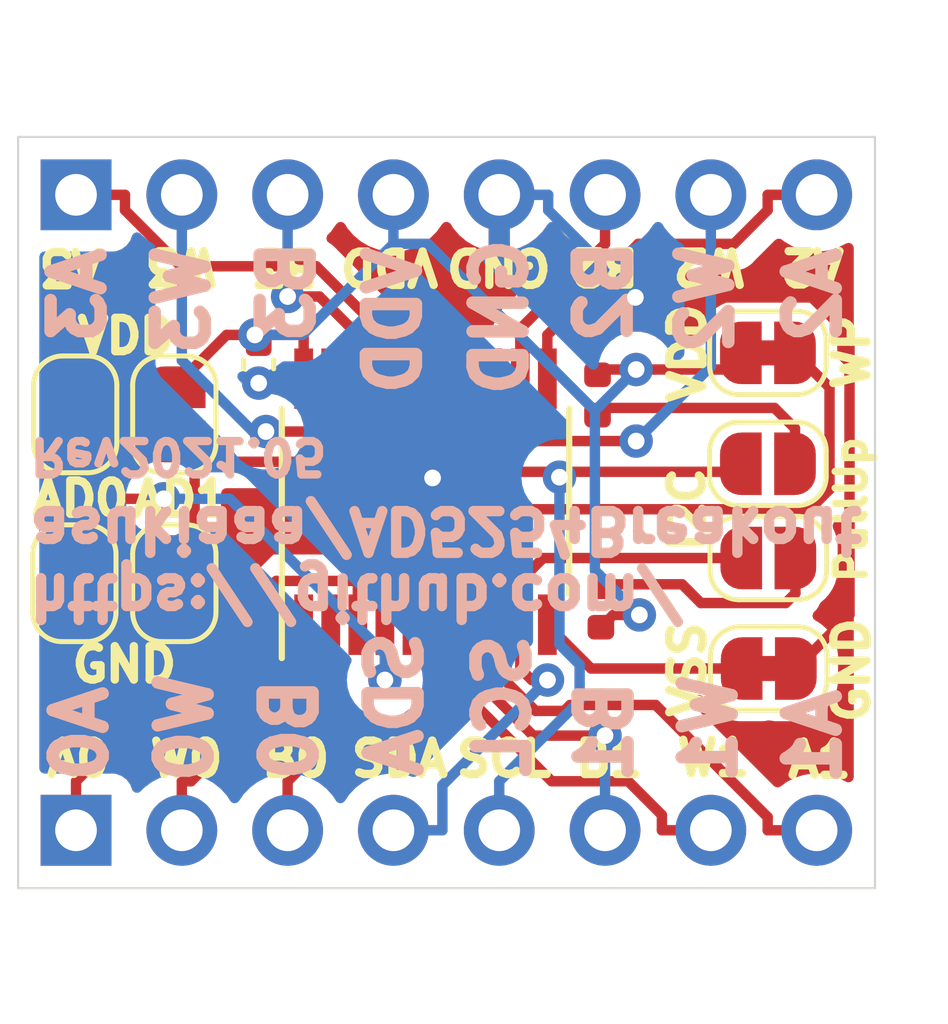
<source format=kicad_pcb>
(kicad_pcb (version 20221018) (generator pcbnew)
  (layers (0 "F.Cu" signal) (31 "B.Cu" signal) (34 "B.Paste" user) (35 "F.Paste" user) (36 "B.SilkS" user "B.Silkscreen") (37 "F.SilkS" user "F.Silkscreen") (38 "B.Mask" user) (39 "F.Mask" user) (44 "Edge.Cuts" user))
  (net 0 "")
  (net 1 "/A1")
  (net 2 "/W1")
  (net 3 "/B1")
  (net 4 "VDD")
  (net 5 "/SCL")
  (net 6 "/SDA")
  (net 7 "GND")
  (net 8 "/B0")
  (net 9 "/W0")
  (net 10 "/A0")
  (net 11 "/W2")
  (net 12 "/B2")
  (net 13 "/WP")
  (net 14 "/VSS")
  (net 15 "/B3")
  (net 16 "/W3")
  (net 17 "/A3")
  (net 18 "/AD0")
  (net 19 "/AD1")
  (net 20 "/A2")
  (net 21 "Net-(JP7-Pad1)")
  (net 22 "Net-(JP8-Pad1)")
  (footprint "footprints:PinHeader_1x08_P2.54mm_Vertical_without_lines" (layer "F.Cu") (at 151.49 82.65 90)
    (fp_text reference "J1" hide)
    (fp_text value "Conn_01x08")
    (pad "1" thru_hole rect (at 0 0 90) (size 1.7 1.7) (drill 1) (layers "*.Cu" "*.Mask") (net 10 "/A0"))
    (pad "2" thru_hole oval (at 0 2.54 90) (size 1.7 1.7) (drill 1) (layers "*.Cu" "*.Mask") (net 9 "/W0"))
    (pad "3" thru_hole oval (at 0 5.08 90) (size 1.7 1.7) (drill 1) (layers "*.Cu" "*.Mask") (net 8 "/B0"))
    (pad "4" thru_hole oval (at 0 7.62 90) (size 1.7 1.7) (drill 1) (layers "*.Cu" "*.Mask") (net 6 "/SDA"))
    (pad "5" thru_hole oval (at 0 10.16 90) (size 1.7 1.7) (drill 1) (layers "*.Cu" "*.Mask") (net 5 "/SCL"))
    (pad "6" thru_hole oval (at 0 12.7 90) (size 1.7 1.7) (drill 1) (layers "*.Cu" "*.Mask") (net 3 "/B1"))
    (pad "7" thru_hole oval (at 0 15.24 90) (size 1.7 1.7) (drill 1) (layers "*.Cu" "*.Mask") (net 2 "/W1"))
    (pad "8" thru_hole oval (at 0 17.78 90) (size 1.7 1.7) (drill 1) (layers "*.Cu" "*.Mask") (net 1 "/A1"))
  )
  (footprint "footprints:PinHeader_1x08_P2.54mm_Vertical_without_lines" (layer "F.Cu") (at 151.49 67.41 90)
    (fp_text reference "J2" hide)
    (fp_text value "Conn_01x08")
    (pad "1" thru_hole rect (at 0 0 90) (size 1.7 1.7) (drill 1) (layers "*.Cu" "*.Mask") (net 17 "/A3"))
    (pad "2" thru_hole oval (at 0 2.54 90) (size 1.7 1.7) (drill 1) (layers "*.Cu" "*.Mask") (net 16 "/W3"))
    (pad "3" thru_hole oval (at 0 5.08 90) (size 1.7 1.7) (drill 1) (layers "*.Cu" "*.Mask") (net 15 "/B3"))
    (pad "4" thru_hole oval (at 0 7.62 90) (size 1.7 1.7) (drill 1) (layers "*.Cu" "*.Mask") (net 4 "VDD"))
    (pad "5" thru_hole oval (at 0 10.16 90) (size 1.7 1.7) (drill 1) (layers "*.Cu" "*.Mask") (net 7 "GND"))
    (pad "6" thru_hole oval (at 0 12.7 90) (size 1.7 1.7) (drill 1) (layers "*.Cu" "*.Mask") (net 12 "/B2"))
    (pad "7" thru_hole oval (at 0 15.24 90) (size 1.7 1.7) (drill 1) (layers "*.Cu" "*.Mask") (net 11 "/W2"))
    (pad "8" thru_hole oval (at 0 17.78 90) (size 1.7 1.7) (drill 1) (layers "*.Cu" "*.Mask") (net 20 "/A2"))
  )
  (footprint "Jumper:SolderJumper-2_P1.3mm_Bridged_RoundedPad1.0x1.5mm" (layer "F.Cu") (at 151.47 72.675 90)
    (fp_text reference "JP1" hide)
    (fp_text value "Jumper_NC_Small" hide)
    (fp_line (start -1.4 0.3) (end -1.4 -0.3) (stroke (width 0.12)) (layer "F.SilkS"))
    (fp_line (start -0.7 -1) (end 0.7 -1) (stroke (width 0.12)) (layer "F.SilkS"))
    (fp_line (start 0.7 1) (end -0.7 1) (stroke (width 0.12)) (layer "F.SilkS"))
    (fp_line (start 1.4 -0.3) (end 1.4 0.3) (stroke (width 0.12)) (layer "F.SilkS"))
    (fp_arc (start -1.4 -0.3) (mid -1.194975 -0.794975) (end -0.7 -1) (stroke (width 0.12)) (layer "F.SilkS"))
    (fp_arc (start -0.7 1) (mid -1.194975 0.794975) (end -1.4 0.3) (stroke (width 0.12)) (layer "F.SilkS"))
    (fp_arc (start 0.7 -1) (mid 1.194975 -0.794975) (end 1.4 -0.3) (stroke (width 0.12)) (layer "F.SilkS"))
    (fp_arc (start 1.4 0.3) (mid 1.194975 0.794975) (end 0.7 1) (stroke (width 0.12)) (layer "F.SilkS"))
    (pad "1" smd custom (at -0.65 0 90) (size 1 0.5) (layers "F.Cu" "F.Mask") (net 18 "/AD0") (options (clearance outline) (anchor rect)) (primitives (gr_circle (center 0 0.25) (end 0.5 0.25) (width 0) (fill yes)) (gr_circle (center 0 -0.25) (end 0.5 -0.25) (width 0) (fill yes)) (gr_poly (pts (xy 0 -0.75) (xy 0.5 -0.75) (xy 0.5 0.75) (xy 0 0.75)) (width 0) (fill yes)) (gr_poly (pts (xy 0.9 -0.3) (xy 0.4 -0.3) (xy 0.4 0.3) (xy 0.9 0.3)) (width 0) (fill yes))))
    (pad "2" smd custom (at 0.65 0 90) (size 1 0.5) (layers "F.Cu" "F.Mask") (net 4 "VDD") (options (clearance outline) (anchor rect)) (primitives (gr_circle (center 0 0.25) (end 0.5 0.25) (width 0) (fill yes)) (gr_circle (center 0 -0.25) (end 0.5 -0.25) (width 0) (fill yes)) (gr_poly (pts (xy 0 -0.75) (xy -0.5 -0.75) (xy -0.5 0.75) (xy 0 0.75)) (width 0) (fill yes))))
  )
  (footprint "Jumper:SolderJumper-2_P1.3mm_Open_RoundedPad1.0x1.5mm" (layer "F.Cu") (at 151.45 76.725 -90)
    (fp_text reference "JP2" hide)
    (fp_text value "Jumper_NO_Small" hide)
    (fp_line (start -1.4 0.3) (end -1.4 -0.3) (stroke (width 0.12)) (layer "F.SilkS"))
    (fp_line (start -0.7 -1) (end 0.7 -1) (stroke (width 0.12)) (layer "F.SilkS"))
    (fp_line (start 0.7 1) (end -0.7 1) (stroke (width 0.12)) (layer "F.SilkS"))
    (fp_line (start 1.4 -0.3) (end 1.4 0.3) (stroke (width 0.12)) (layer "F.SilkS"))
    (fp_arc (start -1.4 -0.3) (mid -1.194975 -0.794975) (end -0.7 -1) (stroke (width 0.12)) (layer "F.SilkS"))
    (fp_arc (start -0.7 1) (mid -1.194975 0.794975) (end -1.4 0.3) (stroke (width 0.12)) (layer "F.SilkS"))
    (fp_arc (start 0.7 -1) (mid 1.194975 -0.794975) (end 1.4 -0.3) (stroke (width 0.12)) (layer "F.SilkS"))
    (fp_arc (start 1.4 0.3) (mid 1.194975 0.794975) (end 0.7 1) (stroke (width 0.12)) (layer "F.SilkS"))
    (pad "1" smd custom (at -0.65 0 270) (size 1 0.5) (layers "F.Cu" "F.Mask") (net 18 "/AD0") (options (clearance outline) (anchor rect)) (primitives (gr_circle (center 0 0.25) (end 0.5 0.25) (width 0) (fill yes)) (gr_circle (center 0 -0.25) (end 0.5 -0.25) (width 0) (fill yes)) (gr_poly (pts (xy 0 -0.75) (xy 0.5 -0.75) (xy 0.5 0.75) (xy 0 0.75)) (width 0) (fill yes))))
    (pad "2" smd custom (at 0.65 0 270) (size 1 0.5) (layers "F.Cu" "F.Mask") (net 7 "GND") (options (clearance outline) (anchor rect)) (primitives (gr_circle (center 0 0.25) (end 0.5 0.25) (width 0) (fill yes)) (gr_circle (center 0 -0.25) (end 0.5 -0.25) (width 0) (fill yes)) (gr_poly (pts (xy 0 -0.75) (xy -0.5 -0.75) (xy -0.5 0.75) (xy 0 0.75)) (width 0) (fill yes))))
  )
  (footprint "Jumper:SolderJumper-2_P1.3mm_Bridged_RoundedPad1.0x1.5mm" (layer "F.Cu") (at 153.85 72.675 90)
    (fp_text reference "JP3" hide)
    (fp_text value "Jumper_NC_Small" hide)
    (fp_line (start -1.4 0.3) (end -1.4 -0.3) (stroke (width 0.12)) (layer "F.SilkS"))
    (fp_line (start -0.7 -1) (end 0.7 -1) (stroke (width 0.12)) (layer "F.SilkS"))
    (fp_line (start 0.7 1) (end -0.7 1) (stroke (width 0.12)) (layer "F.SilkS"))
    (fp_line (start 1.4 -0.3) (end 1.4 0.3) (stroke (width 0.12)) (layer "F.SilkS"))
    (fp_arc (start -1.4 -0.3) (mid -1.194975 -0.794975) (end -0.7 -1) (stroke (width 0.12)) (layer "F.SilkS"))
    (fp_arc (start -0.7 1) (mid -1.194975 0.794975) (end -1.4 0.3) (stroke (width 0.12)) (layer "F.SilkS"))
    (fp_arc (start 0.7 -1) (mid 1.194975 -0.794975) (end 1.4 -0.3) (stroke (width 0.12)) (layer "F.SilkS"))
    (fp_arc (start 1.4 0.3) (mid 1.194975 0.794975) (end 0.7 1) (stroke (width 0.12)) (layer "F.SilkS"))
    (pad "1" smd custom (at -0.65 0 90) (size 1 0.5) (layers "F.Cu" "F.Mask") (net 19 "/AD1") (options (clearance outline) (anchor rect)) (primitives (gr_circle (center 0 0.25) (end 0.5 0.25) (width 0) (fill yes)) (gr_circle (center 0 -0.25) (end 0.5 -0.25) (width 0) (fill yes)) (gr_poly (pts (xy 0 -0.75) (xy 0.5 -0.75) (xy 0.5 0.75) (xy 0 0.75)) (width 0) (fill yes)) (gr_poly (pts (xy 0.9 -0.3) (xy 0.4 -0.3) (xy 0.4 0.3) (xy 0.9 0.3)) (width 0) (fill yes))))
    (pad "2" smd custom (at 0.65 0 90) (size 1 0.5) (layers "F.Cu" "F.Mask") (net 4 "VDD") (options (clearance outline) (anchor rect)) (primitives (gr_circle (center 0 0.25) (end 0.5 0.25) (width 0) (fill yes)) (gr_circle (center 0 -0.25) (end 0.5 -0.25) (width 0) (fill yes)) (gr_poly (pts (xy 0 -0.75) (xy -0.5 -0.75) (xy -0.5 0.75) (xy 0 0.75)) (width 0) (fill yes))))
  )
  (footprint "Jumper:SolderJumper-2_P1.3mm_Open_RoundedPad1.0x1.5mm" (layer "F.Cu") (at 153.85 76.725 -90)
    (fp_text reference "JP4" hide)
    (fp_text value "Jumper_NO_Small" hide)
    (fp_line (start -1.4 0.3) (end -1.4 -0.3) (stroke (width 0.12)) (layer "F.SilkS"))
    (fp_line (start -0.7 -1) (end 0.7 -1) (stroke (width 0.12)) (layer "F.SilkS"))
    (fp_line (start 0.7 1) (end -0.7 1) (stroke (width 0.12)) (layer "F.SilkS"))
    (fp_line (start 1.4 -0.3) (end 1.4 0.3) (stroke (width 0.12)) (layer "F.SilkS"))
    (fp_arc (start -1.4 -0.3) (mid -1.194975 -0.794975) (end -0.7 -1) (stroke (width 0.12)) (layer "F.SilkS"))
    (fp_arc (start -0.7 1) (mid -1.194975 0.794975) (end -1.4 0.3) (stroke (width 0.12)) (layer "F.SilkS"))
    (fp_arc (start 0.7 -1) (mid 1.194975 -0.794975) (end 1.4 -0.3) (stroke (width 0.12)) (layer "F.SilkS"))
    (fp_arc (start 1.4 0.3) (mid 1.194975 0.794975) (end 0.7 1) (stroke (width 0.12)) (layer "F.SilkS"))
    (pad "1" smd custom (at -0.65 0 270) (size 1 0.5) (layers "F.Cu" "F.Mask") (net 19 "/AD1") (options (clearance outline) (anchor rect)) (primitives (gr_circle (center 0 0.25) (end 0.5 0.25) (width 0) (fill yes)) (gr_circle (center 0 -0.25) (end 0.5 -0.25) (width 0) (fill yes)) (gr_poly (pts (xy 0 -0.75) (xy 0.5 -0.75) (xy 0.5 0.75) (xy 0 0.75)) (width 0) (fill yes))))
    (pad "2" smd custom (at 0.65 0 270) (size 1 0.5) (layers "F.Cu" "F.Mask") (net 7 "GND") (options (clearance outline) (anchor rect)) (primitives (gr_circle (center 0 0.25) (end 0.5 0.25) (width 0) (fill yes)) (gr_circle (center 0 -0.25) (end 0.5 -0.25) (width 0) (fill yes)) (gr_poly (pts (xy 0 -0.75) (xy -0.5 -0.75) (xy -0.5 0.75) (xy 0 0.75)) (width 0) (fill yes))))
  )
  (footprint "Package_SO:TSSOP-20_4.4x6.5mm_P0.65mm" (layer "F.Cu") (at 159.88 74.77 90)
    (fp_text reference "U1" hide)
    (fp_text value "AD5254")
    (fp_line (start -3.75 -3.45) (end 2.225 -3.45) (stroke (width 0.15)) (layer "F.SilkS"))
    (fp_line (start -2.225 3.45) (end 2.225 3.45) (stroke (width 0.15)) (layer "F.SilkS"))
    (pad "1" smd rect (at -2.95 -2.925 90) (size 1.45 0.45) (layers "F.Cu" "F.Paste" "F.Mask") (net 9 "/W0"))
    (pad "2" smd rect (at -2.95 -2.275 90) (size 1.45 0.45) (layers "F.Cu" "F.Paste" "F.Mask") (net 8 "/B0"))
    (pad "3" smd rect (at -2.95 -1.625 90) (size 1.45 0.45) (layers "F.Cu" "F.Paste" "F.Mask") (net 10 "/A0"))
    (pad "4" smd rect (at -2.95 -0.975 90) (size 1.45 0.45) (layers "F.Cu" "F.Paste" "F.Mask") (net 18 "/AD0"))
    (pad "5" smd rect (at -2.95 -0.325 90) (size 1.45 0.45) (layers "F.Cu" "F.Paste" "F.Mask") (net 13 "/WP"))
    (pad "6" smd rect (at -2.95 0.325 90) (size 1.45 0.45) (layers "F.Cu" "F.Paste" "F.Mask") (net 2 "/W1"))
    (pad "7" smd rect (at -2.95 0.975 90) (size 1.45 0.45) (layers "F.Cu" "F.Paste" "F.Mask") (net 3 "/B1"))
    (pad "8" smd rect (at -2.95 1.625 90) (size 1.45 0.45) (layers "F.Cu" "F.Paste" "F.Mask") (net 1 "/A1"))
    (pad "9" smd rect (at -2.95 2.275 90) (size 1.45 0.45) (layers "F.Cu" "F.Paste" "F.Mask") (net 6 "/SDA"))
    (pad "10" smd rect (at -2.95 2.925 90) (size 1.45 0.45) (layers "F.Cu" "F.Paste" "F.Mask") (net 14 "/VSS"))
    (pad "11" smd rect (at 2.95 2.925 90) (size 1.45 0.45) (layers "F.Cu" "F.Paste" "F.Mask") (net 20 "/A2"))
    (pad "12" smd rect (at 2.95 2.275 90) (size 1.45 0.45) (layers "F.Cu" "F.Paste" "F.Mask") (net 12 "/B2"))
    (pad "13" smd rect (at 2.95 1.625 90) (size 1.45 0.45) (layers "F.Cu" "F.Paste" "F.Mask") (net 11 "/W2"))
    (pad "14" smd rect (at 2.95 0.975 90) (size 1.45 0.45) (layers "F.Cu" "F.Paste" "F.Mask") (net 5 "/SCL"))
    (pad "15" smd rect (at 2.95 0.325 90) (size 1.45 0.45) (layers "F.Cu" "F.Paste" "F.Mask") (net 7 "GND"))
    (pad "16" smd rect (at 2.95 -0.325 90) (size 1.45 0.45) (layers "F.Cu" "F.Paste" "F.Mask") (net 19 "/AD1"))
    (pad "17" smd rect (at 2.95 -0.975 90) (size 1.45 0.45) (layers "F.Cu" "F.Paste" "F.Mask") (net 17 "/A3"))
    (pad "18" smd rect (at 2.95 -1.625 90) (size 1.45 0.45) (layers "F.Cu" "F.Paste" "F.Mask") (net 15 "/B3"))
    (pad "19" smd rect (at 2.95 -2.275 90) (size 1.45 0.45) (layers "F.Cu" "F.Paste" "F.Mask") (net 16 "/W3"))
    (pad "20" smd rect (at 2.95 -2.925 90) (size 1.45 0.45) (layers "F.Cu" "F.Paste" "F.Mask") (net 4 "VDD"))
  )
  (footprint "Jumper:SolderJumper-2_P1.3mm_Bridged_RoundedPad1.0x1.5mm" (layer "F.Cu") (at 168.1 71.2)
    (fp_text reference "JP5" hide)
    (fp_text value "Jumper_NC_Small" hide)
    (fp_line (start -1.4 0.3) (end -1.4 -0.3) (stroke (width 0.12)) (layer "F.SilkS"))
    (fp_line (start -0.7 -1) (end 0.7 -1) (stroke (width 0.12)) (layer "F.SilkS"))
    (fp_line (start 0.7 1) (end -0.7 1) (stroke (width 0.12)) (layer "F.SilkS"))
    (fp_line (start 1.4 -0.3) (end 1.4 0.3) (stroke (width 0.12)) (layer "F.SilkS"))
    (fp_arc (start -1.4 -0.3) (mid -1.194975 -0.794975) (end -0.7 -1) (stroke (width 0.12)) (layer "F.SilkS"))
    (fp_arc (start -0.7 1) (mid -1.194975 0.794975) (end -1.4 0.3) (stroke (width 0.12)) (layer "F.SilkS"))
    (fp_arc (start 0.7 -1) (mid 1.194975 -0.794975) (end 1.4 -0.3) (stroke (width 0.12)) (layer "F.SilkS"))
    (fp_arc (start 1.4 0.3) (mid 1.194975 0.794975) (end 0.7 1) (stroke (width 0.12)) (layer "F.SilkS"))
    (pad "1" smd custom (at -0.65 0) (size 1 0.5) (layers "F.Cu" "F.Mask") (net 4 "VDD") (options (clearance outline) (anchor rect)) (primitives (gr_circle (center 0 0.25) (end 0.5 0.25) (width 0) (fill yes)) (gr_circle (center 0 -0.25) (end 0.5 -0.25) (width 0) (fill yes)) (gr_poly (pts (xy 0 -0.75) (xy 0.5 -0.75) (xy 0.5 0.75) (xy 0 0.75)) (width 0) (fill yes)) (gr_poly (pts (xy 0.9 -0.3) (xy 0.4 -0.3) (xy 0.4 0.3) (xy 0.9 0.3)) (width 0) (fill yes))))
    (pad "2" smd custom (at 0.65 0) (size 1 0.5) (layers "F.Cu" "F.Mask") (net 13 "/WP") (options (clearance outline) (anchor rect)) (primitives (gr_circle (center 0 0.25) (end 0.5 0.25) (width 0) (fill yes)) (gr_circle (center 0 -0.25) (end 0.5 -0.25) (width 0) (fill yes)) (gr_poly (pts (xy 0 -0.75) (xy -0.5 -0.75) (xy -0.5 0.75) (xy 0 0.75)) (width 0) (fill yes))))
  )
  (footprint "Jumper:SolderJumper-2_P1.3mm_Bridged_RoundedPad1.0x1.5mm" (layer "F.Cu") (at 168.12 78.77 180)
    (fp_text reference "JP6" hide)
    (fp_text value "Jumper_NC_Small" hide)
    (fp_line (start -1.4 0.3) (end -1.4 -0.3) (stroke (width 0.12)) (layer "F.SilkS"))
    (fp_line (start -0.7 -1) (end 0.7 -1) (stroke (width 0.12)) (layer "F.SilkS"))
    (fp_line (start 0.7 1) (end -0.7 1) (stroke (width 0.12)) (layer "F.SilkS"))
    (fp_line (start 1.4 -0.3) (end 1.4 0.3) (stroke (width 0.12)) (layer "F.SilkS"))
    (fp_arc (start -1.4 -0.3) (mid -1.194975 -0.794975) (end -0.7 -1) (stroke (width 0.12)) (layer "F.SilkS"))
    (fp_arc (start -0.7 1) (mid -1.194975 0.794975) (end -1.4 0.3) (stroke (width 0.12)) (layer "F.SilkS"))
    (fp_arc (start 0.7 -1) (mid 1.194975 -0.794975) (end 1.4 -0.3) (stroke (width 0.12)) (layer "F.SilkS"))
    (fp_arc (start 1.4 0.3) (mid 1.194975 0.794975) (end 0.7 1) (stroke (width 0.12)) (layer "F.SilkS"))
    (pad "1" smd custom (at -0.65 0 180) (size 1 0.5) (layers "F.Cu" "F.Mask") (net 7 "GND") (options (clearance outline) (anchor rect)) (primitives (gr_circle (center 0 0.25) (end 0.5 0.25) (width 0) (fill yes)) (gr_circle (center 0 -0.25) (end 0.5 -0.25) (width 0) (fill yes)) (gr_poly (pts (xy 0 -0.75) (xy 0.5 -0.75) (xy 0.5 0.75) (xy 0 0.75)) (width 0) (fill yes)) (gr_poly (pts (xy 0.9 -0.3) (xy 0.4 -0.3) (xy 0.4 0.3) (xy 0.9 0.3)) (width 0) (fill yes))))
    (pad "2" smd custom (at 0.65 0 180) (size 1 0.5) (layers "F.Cu" "F.Mask") (net 14 "/VSS") (options (clearance outline) (anchor rect)) (primitives (gr_circle (center 0 0.25) (end 0.5 0.25) (width 0) (fill yes)) (gr_circle (center 0 -0.25) (end 0.5 -0.25) (width 0) (fill yes)) (gr_poly (pts (xy 0 -0.75) (xy -0.5 -0.75) (xy -0.5 0.75) (xy 0 0.75)) (width 0) (fill yes))))
  )
  (footprint "Jumper:SolderJumper-2_P1.3mm_Open_RoundedPad1.0x1.5mm" (layer "F.Cu") (at 168.11 76.12 180)
    (fp_text reference "JP7" hide)
    (fp_text value "Jumper_NO_Small" hide)
    (fp_line (start -1.4 0.3) (end -1.4 -0.3) (stroke (width 0.12)) (layer "F.SilkS"))
    (fp_line (start -0.7 -1) (end 0.7 -1) (stroke (width 0.12)) (layer "F.SilkS"))
    (fp_line (start 0.7 1) (end -0.7 1) (stroke (width 0.12)) (layer "F.SilkS"))
    (fp_line (start 1.4 -0.3) (end 1.4 0.3) (stroke (width 0.12)) (layer "F.SilkS"))
    (fp_arc (start -1.4 -0.3) (mid -1.194975 -0.794975) (end -0.7 -1) (stroke (width 0.12)) (layer "F.SilkS"))
    (fp_arc (start -0.7 1) (mid -1.194975 0.794975) (end -1.4 0.3) (stroke (width 0.12)) (layer "F.SilkS"))
    (fp_arc (start 0.7 -1) (mid 1.194975 -0.794975) (end 1.4 -0.3) (stroke (width 0.12)) (layer "F.SilkS"))
    (fp_arc (start 1.4 0.3) (mid 1.194975 0.794975) (end 0.7 1) (stroke (width 0.12)) (layer "F.SilkS"))
    (pad "1" smd custom (at -0.65 0 180) (size 1 0.5) (layers "F.Cu" "F.Mask") (net 21 "Net-(JP7-Pad1)") (options (clearance outline) (anchor rect)) (primitives (gr_circle (center 0 0.25) (end 0.5 0.25) (width 0) (fill yes)) (gr_circle (center 0 -0.25) (end 0.5 -0.25) (width 0) (fill yes)) (gr_poly (pts (xy 0 -0.75) (xy 0.5 -0.75) (xy 0.5 0.75) (xy 0 0.75)) (width 0) (fill yes))))
    (pad "2" smd custom (at 0.65 0 180) (size 1 0.5) (layers "F.Cu" "F.Mask") (net 6 "/SDA") (options (clearance outline) (anchor rect)) (primitives (gr_circle (center 0 0.25) (end 0.5 0.25) (width 0) (fill yes)) (gr_circle (center 0 -0.25) (end 0.5 -0.25) (width 0) (fill yes)) (gr_poly (pts (xy 0 -0.75) (xy -0.5 -0.75) (xy -0.5 0.75) (xy 0 0.75)) (width 0) (fill yes))))
  )
  (footprint "Jumper:SolderJumper-2_P1.3mm_Open_RoundedPad1.0x1.5mm" (layer "F.Cu") (at 168.1 73.86 180)
    (fp_text reference "JP8" hide)
    (fp_text value "Jumper_NO_Small" hide)
    (fp_line (start -1.4 0.3) (end -1.4 -0.3) (stroke (width 0.12)) (layer "F.SilkS"))
    (fp_line (start -0.7 -1) (end 0.7 -1) (stroke (width 0.12)) (layer "F.SilkS"))
    (fp_line (start 0.7 1) (end -0.7 1) (stroke (width 0.12)) (layer "F.SilkS"))
    (fp_line (start 1.4 -0.3) (end 1.4 0.3) (stroke (width 0.12)) (layer "F.SilkS"))
    (fp_arc (start -1.4 -0.3) (mid -1.194975 -0.794975) (end -0.7 -1) (stroke (width 0.12)) (layer "F.SilkS"))
    (fp_arc (start -0.7 1) (mid -1.194975 0.794975) (end -1.4 0.3) (stroke (width 0.12)) (layer "F.SilkS"))
    (fp_arc (start 0.7 -1) (mid 1.194975 -0.794975) (end 1.4 -0.3) (stroke (width 0.12)) (layer "F.SilkS"))
    (fp_arc (start 1.4 0.3) (mid 1.194975 0.794975) (end 0.7 1) (stroke (width 0.12)) (layer "F.SilkS"))
    (pad "1" smd custom (at -0.65 0 180) (size 1 0.5) (layers "F.Cu" "F.Mask") (net 22 "Net-(JP8-Pad1)") (options (clearance outline) (anchor rect)) (primitives (gr_circle (center 0 0.25) (end 0.5 0.25) (width 0) (fill yes)) (gr_circle (center 0 -0.25) (end 0.5 -0.25) (width 0) (fill yes)) (gr_poly (pts (xy 0 -0.75) (xy 0.5 -0.75) (xy 0.5 0.75) (xy 0 0.75)) (width 0) (fill yes))))
    (pad "2" smd custom (at 0.65 0 180) (size 1 0.5) (layers "F.Cu" "F.Mask") (net 5 "/SCL") (options (clearance outline) (anchor rect)) (primitives (gr_circle (center 0 0.25) (end 0.5 0.25) (width 0) (fill yes)) (gr_circle (center 0 -0.25) (end 0.5 -0.25) (width 0) (fill yes)) (gr_poly (pts (xy 0 -0.75) (xy -0.5 -0.75) (xy -0.5 0.75) (xy 0 0.75)) (width 0) (fill yes))))
  )
  (footprint "Resistor_SMD:R_0402_1005Metric" (layer "F.Cu") (at 164.09 77.295 -90)
    (fp_text reference "R1" hide)
    (fp_text value "10k")
    (pad "1" smd roundrect (at -0.485 0 270) (size 0.59 0.64) (layers "F.Cu" "F.Paste" "F.Mask") (net 21 "Net-(JP7-Pad1)"))
    (pad "2" smd roundrect (at 0.485 0 270) (size 0.59 0.64) (layers "F.Cu" "F.Paste" "F.Mask") (net 4 "VDD"))
  )
  (footprint "Resistor_SMD:R_0402_1005Metric" (layer "F.Cu") (at 164.01 72.21 90)
    (fp_text reference "R2" hide)
    (fp_text value "10k")
    (pad "1" smd roundrect (at -0.485 0 90) (size 0.59 0.64) (layers "F.Cu" "F.Paste" "F.Mask") (net 22 "Net-(JP8-Pad1)"))
    (pad "2" smd roundrect (at 0.485 0 90) (size 0.59 0.64) (layers "F.Cu" "F.Paste" "F.Mask") (net 4 "VDD"))
  )
  (footprint "Capacitor_SMD:C_0402_1005Metric" (layer "F.Cu") (at 155.875 71.475 -90)
    (fp_text reference "C1" hide)
    (fp_text value "0.1uf")
    (fp_line (start -0.107836 -0.36) (end 0.107836 -0.36) (stroke (width 0.12)) (layer "F.SilkS"))
    (fp_line (start -0.107836 0.36) (end 0.107836 0.36) (stroke (width 0.12)) (layer "F.SilkS"))
    (pad "1" smd roundrect (at -0.48 0 270) (size 0.56 0.62) (layers "F.Cu" "F.Paste" "F.Mask") (net 4 "VDD"))
    (pad "2" smd roundrect (at 0.48 0 270) (size 0.56 0.62) (layers "F.Cu" "F.Paste" "F.Mask") (net 7 "GND"))
  )
  (gr_line (start 170.67 66.02) (end 150.1 66.02) (stroke (width 0.05)) (layer "Edge.Cuts"))
  (gr_line (start 170.67 84.04) (end 170.67 66.02) (stroke (width 0.05)) (layer "Edge.Cuts"))
  (gr_line (start 150.1 84.04) (end 170.67 84.04) (stroke (width 0.05)) (layer "Edge.Cuts"))
  (gr_line (start 150.1 66.02) (end 150.1 84.04) (stroke (width 0.05)) (layer "Edge.Cuts"))
  (gr_text "A0" (at 151.59 80.34 90) (layer "B.SilkS") (effects (font (size 1.2 1.2) (thickness 0.3)) (justify mirror)))
  (gr_text "A3" (at 151.54 69.82 90) (layer "B.SilkS") (effects (font (size 1.2 1.2) (thickness 0.3)) (justify mirror)))
  (gr_text "Rev2021.05" (at 153.95 73.675 180) (layer "B.SilkS") (effects (font (size 0.8 0.8) (thickness 0.2)) (justify mirror)))
  (gr_text "SDA" (at 159.15 79.62 90) (layer "B.SilkS") (effects (font (size 1.2 1.2) (thickness 0.3)) (justify mirror)))
  (gr_text "GND" (at 161.67 70.34 90) (layer "B.SilkS") (effects (font (size 1.2 1.2) (thickness 0.3)) (justify mirror)))
  (gr_text "A2" (at 169.19 69.82 90) (layer "B.SilkS") (effects (font (size 1.2 1.2) (thickness 0.3)) (justify mirror)))
  (gr_text "B0" (at 156.63 80.23 90) (layer "B.SilkS") (effects (font (size 1.2 1.2) (thickness 0.3)) (justify mirror)))
  (gr_text "A1" (at 169.19 80.41 90) (layer "B.SilkS") (effects (font (size 1.2 1.2) (thickness 0.3)) (justify mirror)))
  (gr_text "W0" (at 154.11 80.19 90) (layer "B.SilkS") (effects (font (size 1.2 1.2) (thickness 0.3)) (justify mirror)))
  (gr_text "https://github.com/\nasukiaaa/AD5254Breakout" (at 150.25 76.25 180) (layer "B.SilkS") (effects (font (size 1 1) (thickness 0.25)) (justify left mirror)))
  (gr_text "B2" (at 164.17 69.73 90) (layer "B.SilkS") (effects (font (size 1.2 1.2) (thickness 0.3)) (justify mirror)))
  (gr_text "B3" (at 156.56 69.73 90) (layer "B.SilkS") (effects (font (size 1.2 1.2) (thickness 0.3)) (justify mirror)))
  (gr_text "VDD" (at 159.11 70.43 90) (layer "B.SilkS") (effects (font (size 1.2 1.2) (thickness 0.3)) (justify mirror)))
  (gr_text "W3" (at 154.04 69.93 90) (layer "B.SilkS") (effects (font (size 1.2 1.2) (thickness 0.3)) (justify mirror)))
  (gr_text "B1" (at 164.19 80.28 90) (layer "B.SilkS") (effects (font (size 1.2 1.2) (thickness 0.3)) (justify mirror)))
  (gr_text "W2" (at 166.61 69.91 90) (layer "B.SilkS") (effects (font (size 1.2 1.2) (thickness 0.3)) (justify mirror)))
  (gr_text "W1" (at 166.69 80.21 90) (layer "B.SilkS") (effects (font (size 1.2 1.2) (thickness 0.3)) (justify mirror)))
  (gr_text "SCL" (at 161.74 79.66 90) (layer "B.SilkS") (effects (font (size 1.2 1.2) (thickness 0.3)) (justify mirror)))
  (gr_text "VDD" (at 152.7 70.8) (layer "F.SilkS") (effects (font (size 0.8 0.8) (thickness 0.2))))
  (gr_text "I2C" (at 166.16 74.96 90) (layer "F.SilkS") (effects (font (size 0.8 0.8) (thickness 0.2))))
  (gr_text "W3" (at 154.02 69.12 180) (layer "F.SilkS") (effects (font (size 0.8 0.8) (thickness 0.2))))
  (gr_text "A1" (at 169.34 80.96) (layer "F.SilkS") (effects (font (size 0.8 0.8) (thickness 0.2))))
  (gr_text "A0" (at 151.55 80.94) (layer "F.SilkS") (effects (font (size 0.8 0.8) (thickness 0.2))))
  (gr_text "PullUp" (at 170.1 74.96 90) (layer "F.SilkS") (effects (font (size 0.7 0.7) (thickness 0.175))))
  (gr_text "GND" (at 161.64 69.13 180) (layer "F.SilkS") (effects (font (size 0.8 0.8) (thickness 0.2))))
  (gr_text "AD1" (at 154 74.7) (layer "F.SilkS") (effects (font (size 0.8 0.8) (thickness 0.2))))
  (gr_text "VSS" (at 166.17 78.79 90) (layer "F.SilkS") (effects (font (size 0.8 0.8) (thickness 0.2))))
  (gr_text "GND" (at 170.11 78.81 90) (layer "F.SilkS") (effects (font (size 0.8 0.8) (thickness 0.2))))
  (gr_text "B1" (at 164.29 80.94) (layer "F.SilkS") (effects (font (size 0.8 0.8) (thickness 0.2))))
  (gr_text "WP" (at 170.11 71.18 90) (layer "F.SilkS") (effects (font (size 0.8 0.8) (thickness 0.2))))
  (gr_text "A3" (at 151.36 69.14 180) (layer "F.SilkS") (effects (font (size 0.8 0.8) (thickness 0.2))))
  (gr_text "W2" (at 166.7 69.13 180) (layer "F.SilkS") (effects (font (size 0.8 0.8) (thickness 0.2))))
  (gr_text "B0" (at 156.76 80.94) (layer "F.SilkS") (effects (font (size 0.8 0.8) (thickness 0.2))))
  (gr_text "SCL" (at 161.76 80.94) (layer "F.SilkS") (effects (font (size 0.8 0.8) (thickness 0.2))))
  (gr_text "SDA" (at 159.26 80.94) (layer "F.SilkS") (effects (font (size 0.8 0.8) (thickness 0.2))))
  (gr_text "A2" (at 169.17 69.12 180) (layer "F.SilkS") (effects (font (size 0.8 0.8) (thickness 0.2))))
  (gr_text "B3" (at 156.5 69.13 180) (layer "F.SilkS") (effects (font (size 0.8 0.8) (thickness 0.2))))
  (gr_text "W1" (at 166.79 80.92) (layer "F.SilkS") (effects (font (size 0.8 0.8) (thickness 0.2))))
  (gr_text "B2" (at 164.18 69.12 180) (layer "F.SilkS") (effects (font (size 0.8 0.8) (thickness 0.2))))
  (gr_text "AD0" (at 151.6 74.7) (layer "F.SilkS") (effects (font (size 0.8 0.8) (thickness 0.2))))
  (gr_text "VDD" (at 159.01 69.13 180) (layer "F.SilkS") (effects (font (size 0.8 0.8) (thickness 0.2))))
  (gr_text "GND" (at 152.65 78.675) (layer "F.SilkS") (effects (font (size 0.8 0.8) (thickness 0.2))))
  (gr_text "W0" (at 154.14 80.94) (layer "F.SilkS") (effects (font (size 0.8 0.8) (thickness 0.2))))
  (gr_text "VDD" (at 166.17 71.2 90) (layer "F.SilkS") (effects (font (size 0.8 0.8) (thickness 0.2))))
  (segment (start 168.0947 82.3346) (end 165.4049 79.6448) (width 0.25) (layer "F.Cu") (net 1))
  (segment (start 169.27 82.65) (end 168.0947 82.65) (width 0.25) (layer "F.Cu") (net 1))
  (segment (start 163.3508 79.6448) (end 163.2085 79.7871) (width 0.25) (layer "F.Cu") (net 1))
  (segment (start 161.505 77.72) (end 161.505 78.7703) (width 0.25) (layer "F.Cu") (net 1))
  (segment (start 168.0947 82.65) (end 168.0947 82.3346) (width 0.25) (layer "F.Cu") (net 1))
  (segment (start 165.4049 79.6448) (end 163.3508 79.6448) (width 0.25) (layer "F.Cu") (net 1))
  (segment (start 162.5218 79.7871) (end 161.505 78.7703) (width 0.25) (layer "F.Cu") (net 1))
  (segment (start 163.2085 79.7871) (end 162.5218 79.7871) (width 0.25) (layer "F.Cu") (net 1))
  (segment (start 160.205 77.72) (end 160.205 78.7703) (width 0.25) (layer "F.Cu") (net 2))
  (segment (start 160.205 78.7703) (end 162.9094 81.4747) (width 0.25) (layer "F.Cu") (net 2))
  (segment (start 165.5547 82.2826) (end 165.5547 82.65) (width 0.25) (layer "F.Cu") (net 2))
  (segment (start 164.7468 81.4747) (end 165.5547 82.2826) (width 0.25) (layer "F.Cu") (net 2))
  (segment (start 162.9094 81.4747) (end 164.7468 81.4747) (width 0.25) (layer "F.Cu") (net 2))
  (segment (start 166.73 82.65) (end 165.5547 82.65) (width 0.25) (layer "F.Cu") (net 2))
  (segment (start 162.4645 80.3798) (end 160.855 78.7703) (width 0.25) (layer "F.Cu") (net 3))
  (segment (start 164.19 80.3798) (end 162.4645 80.3798) (width 0.25) (layer "F.Cu") (net 3))
  (segment (start 160.855 77.72) (end 160.855 78.7703) (width 0.25) (layer "F.Cu") (net 3))
  (via (at 164.19 80.3798) (size 0.8) (drill 0.4) (layers "F.Cu" "B.Cu") (net 3))
  (segment (start 164.19 82.65) (end 164.19 80.3798) (width 0.25) (layer "B.Cu") (net 3))
  (segment (start 164.1355 71.5995) (end 164.9373 71.5995) (width 0.25) (layer "F.Cu") (net 4))
  (segment (start 167.45 71.2) (end 167.0505 71.5995) (width 0.25) (layer "F.Cu") (net 4))
  (segment (start 155.7834 70.7697) (end 156.955 70.7697) (width 0.25) (layer "F.Cu") (net 4))
  (segment (start 164.3847 77.4853) (end 164.09 77.78) (width 0.25) (layer "F.Cu") (net 4))
  (segment (start 151.47 72.025) (end 153.85 72.025) (width 0.25) (layer "F.Cu") (net 4))
  (segment (start 164.01 71.725) (end 164.1355 71.5995) (width 0.25) (layer "F.Cu") (net 4))
  (segment (start 156.955 71.82) (end 156.955 70.7697) (width 0.25) (layer "F.Cu") (net 4))
  (segment (start 153.85 72.025) (end 155.1053 70.7697) (width 0.25) (layer "F.Cu") (net 4))
  (segment (start 165.0144 77.4853) (end 164.3847 77.4853) (width 0.25) (layer "F.Cu") (net 4))
  (segment (start 155.1053 70.7697) (end 155.7834 70.7697) (width 0.25) (layer "F.Cu") (net 4))
  (segment (start 167.0505 71.5995) (end 164.9373 71.5995) (width 0.25) (layer "F.Cu") (net 4))
  (via (at 165.0144 77.4853) (size 0.8) (drill 0.4) (layers "F.Cu" "B.Cu") (net 4))
  (via (at 155.7834 70.7697) (size 0.8) (drill 0.4) (layers "F.Cu" "B.Cu") (net 4))
  (via (at 164.9373 71.5995) (size 0.8) (drill 0.4) (layers "F.Cu" "B.Cu") (net 4))
  (segment (start 163.9461 72.5907) (end 159.9407 68.5853) (width 0.25) (layer "B.Cu") (net 4))
  (segment (start 159.11 68.5853) (end 156.9256 70.7697) (width 0.25) (layer "B.Cu") (net 4))
  (segment (start 159.11 67.41) (end 159.11 68.5853) (width 0.25) (layer "B.Cu") (net 4))
  (segment (start 159.9407 68.5853) (end 159.11 68.5853) (width 0.25) (layer "B.Cu") (net 4))
  (segment (start 163.9461 76.417) (end 163.9461 72.5907) (width 0.25) (layer "B.Cu") (net 4))
  (segment (start 165.0144 77.4853) (end 163.9461 76.417) (width 0.25) (layer "B.Cu") (net 4))
  (segment (start 163.9461 72.5907) (end 164.9373 71.5995) (width 0.25) (layer "B.Cu") (net 4))
  (segment (start 156.9256 70.7697) (end 155.7834 70.7697) (width 0.25) (layer "B.Cu") (net 4))
  (segment (start 167.2575 74.0525) (end 167.45 73.86) (width 0.25) (layer "F.Cu") (net 5))
  (segment (start 163.0955 74.0525) (end 167.2575 74.0525) (width 0.25) (layer "F.Cu") (net 5))
  (segment (start 163.0955 74.0525) (end 163.0955 74.1812) (width 0.25) (layer "F.Cu") (net 5))
  (segment (start 160.855 72.9192) (end 161.9883 74.0525) (width 0.25) (layer "F.Cu") (net 5))
  (segment (start 160.855 71.82) (end 160.855 72.9192) (width 0.25) (layer "F.Cu") (net 5))
  (segment (start 161.9883 74.0525) (end 163.0955 74.0525) (width 0.25) (layer "F.Cu") (net 5))
  (via (at 163.0955 74.1812) (size 0.8) (drill 0.4) (layers "F.Cu" "B.Cu") (net 5))
  (segment (start 163.5795 78.677) (end 163.0955 78.193) (width 0.25) (layer "B.Cu") (net 5))
  (segment (start 161.65 81.4747) (end 163.5795 79.5452) (width 0.25) (layer "B.Cu") (net 5))
  (segment (start 161.65 82.65) (end 161.65 81.4747) (width 0.25) (layer "B.Cu") (net 5))
  (segment (start 163.0955 78.193) (end 163.0955 74.1812) (width 0.25) (layer "B.Cu") (net 5))
  (segment (start 163.5795 79.5452) (end 163.5795 78.677) (width 0.25) (layer "B.Cu") (net 5))
  (segment (start 162.7047 76.12) (end 162.155 76.6697) (width 0.25) (layer "F.Cu") (net 6))
  (segment (start 162.155 77.72) (end 162.155 78.7703) (width 0.25) (layer "F.Cu") (net 6))
  (segment (start 167.46 76.12) (end 162.7047 76.12) (width 0.25) (layer "F.Cu") (net 6))
  (segment (start 162.808 79.0465) (end 162.4312 79.0465) (width 0.25) (layer "F.Cu") (net 6))
  (segment (start 162.155 77.72) (end 162.155 76.6697) (width 0.25) (layer "F.Cu") (net 6))
  (segment (start 162.4312 79.0465) (end 162.155 78.7703) (width 0.25) (layer "F.Cu") (net 6))
  (via (at 162.808 79.0465) (size 0.8) (drill 0.4) (layers "F.Cu" "B.Cu") (net 6))
  (segment (start 160.2853 82.65) (end 160.2853 81.5692) (width 0.25) (layer "B.Cu") (net 6))
  (segment (start 159.11 82.65) (end 160.2853 82.65) (width 0.25) (layer "B.Cu") (net 6))
  (segment (start 160.2853 81.5692) (end 162.808 79.0465) (width 0.25) (layer "B.Cu") (net 6))
  (segment (start 153.85 77.375) (end 154.715 77.375) (width 0.25) (layer "F.Cu") (net 7))
  (segment (start 160.205 70.0303) (end 160.205 71.82) (width 0.25) (layer "F.Cu") (net 7))
  (segment (start 170.0591 77.4809) (end 170.0591 70.7729) (width 0.25) (layer "F.Cu") (net 7))
  (segment (start 161.65 68.5853) (end 160.205 70.0303) (width 0.25) (layer "F.Cu") (net 7))
  (segment (start 160.205 74.045) (end 160.205 71.82) (width 0.25) (layer "F.Cu") (net 7))
  (segment (start 161.65 67.41) (end 161.65 68.5853) (width 0.25) (layer "F.Cu") (net 7))
  (segment (start 159.9121 74.3379) (end 160.205 74.045) (width 0.25) (layer "F.Cu") (net 7))
  (segment (start 169.1566 69.8704) (end 164.9184 69.8704) (width 0.25) (layer "F.Cu") (net 7))
  (segment (start 154.715 77.375) (end 157.41 74.68) (width 0.25) (layer "F.Cu") (net 7))
  (segment (start 159.57 74.68) (end 159.9121 74.3379) (width 0.25) (layer "F.Cu") (net 7))
  (segment (start 168.77 78.77) (end 170.0591 77.4809) (width 0.25) (layer "F.Cu") (net 7))
  (segment (start 170.0591 70.7729) (end 169.1566 69.8704) (width 0.25) (layer "F.Cu") (net 7))
  (segment (start 159.9121 74.3379) (end 160.05 74.2) (width 0.25) (layer "F.Cu") (net 7))
  (segment (start 157.41 74.68) (end 159.57 74.68) (width 0.25) (layer "F.Cu") (net 7))
  (segment (start 151.45 77.375) (end 153.85 77.375) (width 0.25) (layer "F.Cu") (net 7))
  (via (at 164.9184 69.8704) (size 0.8) (drill 0.4) (layers "F.Cu" "B.Cu") (net 7))
  (via (at 160.05 74.2) (size 0.8) (drill 0.4) (layers "F.Cu" "B.Cu") (net 7))
  (via (at 155.875 71.925) (size 0.8) (drill 0.4) (layers "F.Cu" "B.Cu") (net 7))
  (segment (start 160.05 78.1) (end 160.575 78.625) (width 0.25) (layer "B.Cu") (net 7))
  (segment (start 161.65 67.41) (end 162.8253 67.41) (width 0.25) (layer "B.Cu") (net 7))
  (segment (start 160.05 74.2) (end 160.05 78.1) (width 0.25) (layer "B.Cu") (net 7))
  (segment (start 160.575 78.625) (end 160.575 79.5) (width 0.25) (layer "B.Cu") (net 7))
  (segment (start 162.8253 67.7773) (end 164.9184 69.8704) (width 0.25) (layer "B.Cu") (net 7))
  (segment (start 162.8253 67.41) (end 162.8253 67.7773) (width 0.25) (layer "B.Cu") (net 7))
  (segment (start 157.605 77.72) (end 157.605 80.4397) (width 0.25) (layer "F.Cu") (net 8))
  (segment (start 156.57 82.65) (end 156.57 81.4747) (width 0.25) (layer "F.Cu") (net 8))
  (segment (start 157.605 80.4397) (end 156.57 81.4747) (width 0.25) (layer "F.Cu") (net 8))
  (segment (start 154.03 82.65) (end 154.03 81.4747) (width 0.25) (layer "F.Cu") (net 9))
  (segment (start 154.03 81.4747) (end 154.2506 81.4747) (width 0.25) (layer "F.Cu") (net 9))
  (segment (start 154.2506 81.4747) (end 156.955 78.7703) (width 0.25) (layer "F.Cu") (net 9))
  (segment (start 156.955 77.72) (end 156.955 78.7703) (width 0.25) (layer "F.Cu") (net 9))
  (segment (start 158.255 76.6697) (end 156.295 76.6697) (width 0.25) (layer "F.Cu") (net 10))
  (segment (start 151.49 82.65) (end 151.49 81.4747) (width 0.25) (layer "F.Cu") (net 10))
  (segment (start 156.295 76.6697) (end 151.49 81.4747) (width 0.25) (layer "F.Cu") (net 10))
  (segment (start 158.255 77.72) (end 158.255 76.6697) (width 0.25) (layer "F.Cu") (net 10))
  (segment (start 161.505 71.82) (end 161.505 72.8703) (width 0.25) (layer "F.Cu") (net 11))
  (segment (start 164.9375 73.3159) (end 161.9506 73.3159) (width 0.25) (layer "F.Cu") (net 11))
  (segment (start 161.9506 73.3159) (end 161.505 72.8703) (width 0.25) (layer "F.Cu") (net 11))
  (via (at 164.9375 73.3159) (size 0.8) (drill 0.4) (layers "F.Cu" "B.Cu") (net 11))
  (segment (start 164.9375 73.3159) (end 166.73 71.5234) (width 0.25) (layer "B.Cu") (net 11))
  (segment (start 166.73 71.5234) (end 166.73 68.5853) (width 0.25) (layer "B.Cu") (net 11))
  (segment (start 166.73 67.41) (end 166.73 68.5853) (width 0.25) (layer "B.Cu") (net 11))
  (segment (start 162.155 70.6203) (end 164.19 68.5853) (width 0.25) (layer "F.Cu") (net 12))
  (segment (start 164.19 67.41) (end 164.19 68.5853) (width 0.25) (layer "F.Cu") (net 12))
  (segment (start 162.155 71.82) (end 162.155 70.6203) (width 0.25) (layer "F.Cu") (net 12))
  (segment (start 169.1036 74.9507) (end 161.274 74.9507) (width 0.25) (layer "F.Cu") (net 13))
  (segment (start 169.5792 74.4751) (end 169.1036 74.9507) (width 0.25) (layer "F.Cu") (net 13))
  (segment (start 159.555 77.72) (end 159.555 76.6697) (width 0.25) (layer "F.Cu") (net 13))
  (segment (start 161.274 74.9507) (end 159.555 76.6697) (width 0.25) (layer "F.Cu") (net 13))
  (segment (start 169.5792 72.0292) (end 169.5792 74.4751) (width 0.25) (layer "F.Cu") (net 13))
  (segment (start 168.75 71.2) (end 169.5792 72.0292) (width 0.25) (layer "F.Cu") (net 13))
  (segment (start 167.47 78.77) (end 163.855 78.77) (width 0.25) (layer "F.Cu") (net 14))
  (segment (start 163.855 78.77) (end 162.805 77.72) (width 0.25) (layer "F.Cu") (net 14))
  (segment (start 158.255 70.7697) (end 157.3338 69.8485) (width 0.25) (layer "F.Cu") (net 15))
  (segment (start 158.255 71.82) (end 158.255 70.7697) (width 0.25) (layer "F.Cu") (net 15))
  (segment (start 157.3338 69.8485) (end 156.57 69.8485) (width 0.25) (layer "F.Cu") (net 15))
  (via (at 156.57 69.8485) (size 0.8) (drill 0.4) (layers "F.Cu" "B.Cu") (net 15))
  (segment (start 156.57 67.41) (end 156.57 69.8485) (width 0.25) (layer "B.Cu") (net 15))
  (segment (start 157.3128 73.0872) (end 156.05 73.0872) (width 0.25) (layer "F.Cu") (net 16))
  (segment (start 157.605 72.795) (end 157.3128 73.0872) (width 0.25) (layer "F.Cu") (net 16))
  (segment (start 157.605 71.82) (end 157.605 72.795) (width 0.25) (layer "F.Cu") (net 16))
  (via (at 156.05 73.0872) (size 0.8) (drill 0.4) (layers "F.Cu" "B.Cu") (net 16))
  (segment (start 154.03 71.381185) (end 154.03 70.8155) (width 0.25) (layer "B.Cu") (net 16))
  (segment (start 154.03 70.8155) (end 154.03 67.41) (width 0.25) (layer "B.Cu") (net 16))
  (segment (start 155.736015 73.0872) (end 154.03 71.381185) (width 0.25) (layer "B.Cu") (net 16))
  (segment (start 156.05 73.0872) (end 155.736015 73.0872) (width 0.25) (layer "B.Cu") (net 16))
  (segment (start 154.0111 69.1232) (end 152.6653 67.7774) (width 0.25) (layer "F.Cu") (net 17))
  (segment (start 158.905 70.7697) (end 157.2585 69.1232) (width 0.25) (layer "F.Cu") (net 17))
  (segment (start 151.49 67.41) (end 152.6653 67.41) (width 0.25) (layer "F.Cu") (net 17))
  (segment (start 157.2585 69.1232) (end 154.0111 69.1232) (width 0.25) (layer "F.Cu") (net 17))
  (segment (start 158.905 71.82) (end 158.905 70.7697) (width 0.25) (layer "F.Cu") (net 17))
  (segment (start 152.6653 67.7774) (end 152.6653 67.41) (width 0.25) (layer "F.Cu") (net 17))
  (segment (start 158.905 79.046) (end 158.905 77.72) (width 0.25) (layer "F.Cu") (net 18))
  (segment (start 151.45 76.075) (end 151.45 74.72) (width 0.25) (layer "F.Cu") (net 18))
  (segment (start 151.45 74.72) (end 151.47 74.7) (width 0.25) (layer "F.Cu") (net 18))
  (segment (start 151.47 74.7) (end 153.5934 74.7) (width 0.25) (layer "F.Cu") (net 18))
  (segment (start 151.47 74.7) (end 151.47 73.325) (width 0.25) (layer "F.Cu") (net 18))
  (via (at 158.905 79.046) (size 0.8) (drill 0.4) (layers "F.Cu" "B.Cu") (net 18))
  (via (at 153.5934 74.7) (size 0.8) (drill 0.4) (layers "F.Cu" "B.Cu") (net 18))
  (segment (start 155.1832 74.7) (end 158.905 78.4218) (width 0.25) (layer "B.Cu") (net 18))
  (segment (start 158.905 78.4218) (end 158.905 79.046) (width 0.25) (layer "B.Cu") (net 18))
  (segment (start 153.5934 74.7) (end 155.1832 74.7) (width 0.25) (layer "B.Cu") (net 18))
  (segment (start 158.6131 73.8122) (end 154.3372 73.8122) (width 0.25) (layer "F.Cu") (net 19))
  (segment (start 159.555 71.82) (end 159.555 72.8703) (width 0.25) (layer "F.Cu") (net 19))
  (segment (start 159.555 72.8703) (end 158.6131 73.8122) (width 0.25) (layer "F.Cu") (net 19))
  (segment (start 154.3372 75.5878) (end 153.85 76.075) (width 0.25) (layer "F.Cu") (net 19))
  (segment (start 154.3372 73.8122) (end 154.3372 75.5878) (width 0.25) (layer "F.Cu") (net 19))
  (segment (start 153.85 73.325) (end 154.3372 73.8122) (width 0.25) (layer "F.Cu") (net 19))
  (segment (start 164.9894 68.5853) (end 167.2868 68.5853) (width 0.25) (layer "F.Cu") (net 20))
  (segment (start 169.27 67.41) (end 168.0947 67.41) (width 0.25) (layer "F.Cu") (net 20))
  (segment (start 162.805 71.82) (end 162.805 70.7697) (width 0.25) (layer "F.Cu") (net 20))
  (segment (start 168.0947 67.7774) (end 168.0947 67.41) (width 0.25) (layer "F.Cu") (net 20))
  (segment (start 162.805 70.7697) (end 164.9894 68.5853) (width 0.25) (layer "F.Cu") (net 20))
  (segment (start 167.2868 68.5853) (end 168.0947 67.7774) (width 0.25) (layer "F.Cu") (net 20))
  (segment (start 164.1499 76.7501) (end 166.0402 76.7501) (width 0.25) (layer "F.Cu") (net 21))
  (segment (start 166.0402 76.7501) (end 166.4902 77.2001) (width 0.25) (layer "F.Cu") (net 21))
  (segment (start 168.76 76.967592) (end 168.76 76.12) (width 0.25) (layer "F.Cu") (net 21))
  (segment (start 166.4902 77.2001) (end 168.527492 77.2001) (width 0.25) (layer "F.Cu") (net 21))
  (segment (start 168.76 76.12) (end 168.76 76.2387) (width 0.25) (layer "F.Cu") (net 21))
  (segment (start 168.527492 77.2001) (end 168.76 76.967592) (width 0.25) (layer "F.Cu") (net 21))
  (segment (start 164.09 76.81) (end 164.1499 76.7501) (width 0.25) (layer "F.Cu") (net 21))
  (segment (start 168.258092 72.5205) (end 168.75 73.012408) (width 0.25) (layer "F.Cu") (net 22))
  (segment (start 168.75 73.86) (end 168.75 73.7295) (width 0.25) (layer "F.Cu") (net 22))
  (segment (start 168.75 73.012408) (end 168.75 73.86) (width 0.25) (layer "F.Cu") (net 22))
  (segment (start 164.1845 72.5205) (end 168.258092 72.5205) (width 0.25) (layer "F.Cu") (net 22))
  (segment (start 164.01 72.695) (end 164.1845 72.5205) (width 0.25) (layer "F.Cu") (net 22))
  (zone (net 7) (net_name "GND") (layer "F.Cu") (connect_pads (clearance 0.508)) (min_thickness 0.254) (fill yes (thermal_gap 0.508) (thermal_bridge_width 0.508))
    (polygon (pts (xy 150.125 84.05) (xy 150.125 66.025) (xy 170.725 66.025) (xy 170.725 84.05)))
  )
  (zone (net 7) (net_name "GND") (layer "B.Cu") (connect_pads (clearance 0.508)) (min_thickness 0.254) (fill yes (thermal_gap 0.508) (thermal_bridge_width 0.508))
    (polygon (pts (xy 150.1 66.025) (xy 150.1 66) (xy 170.675 66) (xy 170.675 84.05) (xy 150.125 84.05)))
  )
)
</source>
